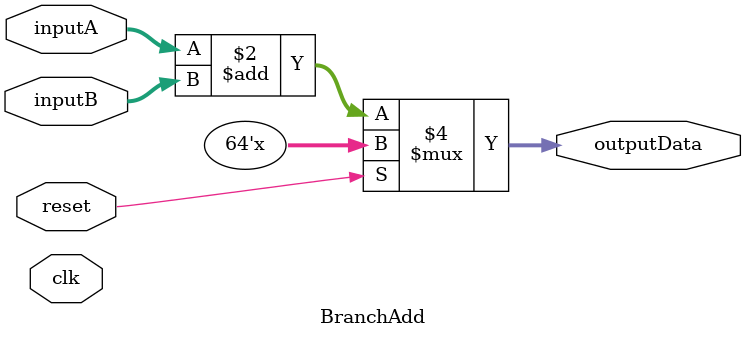
<source format=v>
`timescale 1ns / 1ps

module BranchAdd(
    input clk,
    input reset,
    
    input signed [63:0] inputA,
    input signed [18:0] inputB,
    
    output reg signed [63:0] outputData
    );
    
    always @(*)
    begin
        if (reset)
        begin
           // #1 outputData = 0;
        end
        else
        begin
            #1 outputData = inputA + inputB;
        end
    end
    
endmodule

</source>
